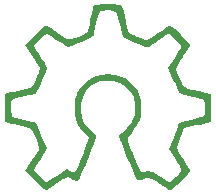
<source format=gbo>
G04 (created by PCBNEW (2013-07-07 BZR 4022)-stable) date 01/09/2014 21:36:03*
%MOIN*%
G04 Gerber Fmt 3.4, Leading zero omitted, Abs format*
%FSLAX34Y34*%
G01*
G70*
G90*
G04 APERTURE LIST*
%ADD10C,0.00590551*%
%ADD11C,0.0001*%
G04 APERTURE END LIST*
G54D10*
G54D11*
G36*
X89818Y-42901D02*
X89817Y-43029D01*
X89812Y-43113D01*
X89801Y-43164D01*
X89782Y-43192D01*
X89762Y-43207D01*
X89705Y-43226D01*
X89618Y-43248D01*
X89618Y-42812D01*
X89616Y-42690D01*
X89604Y-42573D01*
X89581Y-42482D01*
X89554Y-42442D01*
X89499Y-42420D01*
X89399Y-42392D01*
X89274Y-42362D01*
X89256Y-42357D01*
X89069Y-42317D01*
X88937Y-42286D01*
X88847Y-42259D01*
X88789Y-42228D01*
X88750Y-42190D01*
X88721Y-42138D01*
X88689Y-42068D01*
X88635Y-41948D01*
X88567Y-41799D01*
X88499Y-41653D01*
X88498Y-41649D01*
X88384Y-41406D01*
X88603Y-41070D01*
X88689Y-40935D01*
X88758Y-40816D01*
X88805Y-40727D01*
X88821Y-40681D01*
X88804Y-40627D01*
X88750Y-40553D01*
X88654Y-40450D01*
X88550Y-40350D01*
X88433Y-40241D01*
X88079Y-40475D01*
X87943Y-40564D01*
X87826Y-40637D01*
X87740Y-40688D01*
X87697Y-40710D01*
X87695Y-40710D01*
X87646Y-40697D01*
X87552Y-40662D01*
X87428Y-40612D01*
X87290Y-40554D01*
X87152Y-40493D01*
X87031Y-40437D01*
X86941Y-40393D01*
X86897Y-40366D01*
X86873Y-40317D01*
X86841Y-40218D01*
X86806Y-40082D01*
X86775Y-39943D01*
X86731Y-39748D01*
X86690Y-39614D01*
X86653Y-39537D01*
X86637Y-39521D01*
X86564Y-39494D01*
X86452Y-39480D01*
X86324Y-39478D01*
X86207Y-39488D01*
X86124Y-39511D01*
X86113Y-39518D01*
X86077Y-39576D01*
X86037Y-39696D01*
X85996Y-39872D01*
X85989Y-39910D01*
X85959Y-40059D01*
X85932Y-40188D01*
X85912Y-40280D01*
X85904Y-40314D01*
X85868Y-40347D01*
X85782Y-40400D01*
X85658Y-40465D01*
X85506Y-40535D01*
X85492Y-40542D01*
X85097Y-40716D01*
X84985Y-40658D01*
X84907Y-40613D01*
X84794Y-40542D01*
X84666Y-40456D01*
X84613Y-40419D01*
X84491Y-40335D01*
X84409Y-40285D01*
X84356Y-40264D01*
X84316Y-40266D01*
X84279Y-40285D01*
X84216Y-40336D01*
X84134Y-40410D01*
X84050Y-40494D01*
X83978Y-40573D01*
X83932Y-40632D01*
X83922Y-40652D01*
X83941Y-40712D01*
X83992Y-40811D01*
X84068Y-40939D01*
X84161Y-41082D01*
X84203Y-41141D01*
X84275Y-41247D01*
X84329Y-41332D01*
X84354Y-41384D01*
X84356Y-41389D01*
X84342Y-41437D01*
X84308Y-41529D01*
X84257Y-41652D01*
X84197Y-41792D01*
X84134Y-41934D01*
X84074Y-42065D01*
X84023Y-42170D01*
X83987Y-42236D01*
X83976Y-42250D01*
X83929Y-42265D01*
X83833Y-42288D01*
X83704Y-42314D01*
X83623Y-42330D01*
X83440Y-42362D01*
X83312Y-42389D01*
X83229Y-42418D01*
X83183Y-42457D01*
X83161Y-42514D01*
X83156Y-42597D01*
X83156Y-42701D01*
X83160Y-42830D01*
X83169Y-42936D01*
X83182Y-42999D01*
X83185Y-43004D01*
X83227Y-43028D01*
X83321Y-43059D01*
X83451Y-43093D01*
X83583Y-43121D01*
X83733Y-43153D01*
X83860Y-43184D01*
X83949Y-43211D01*
X83983Y-43227D01*
X84008Y-43272D01*
X84048Y-43363D01*
X84095Y-43481D01*
X84106Y-43510D01*
X84163Y-43656D01*
X84225Y-43803D01*
X84278Y-43918D01*
X84279Y-43921D01*
X84359Y-44082D01*
X84141Y-44417D01*
X84056Y-44550D01*
X83986Y-44665D01*
X83939Y-44748D01*
X83922Y-44788D01*
X83944Y-44826D01*
X84001Y-44895D01*
X84079Y-44981D01*
X84165Y-45070D01*
X84245Y-45147D01*
X84304Y-45197D01*
X84328Y-45210D01*
X84363Y-45192D01*
X84442Y-45145D01*
X84553Y-45074D01*
X84679Y-44991D01*
X85006Y-44772D01*
X85115Y-44824D01*
X85197Y-44859D01*
X85254Y-44876D01*
X85259Y-44877D01*
X85291Y-44846D01*
X85342Y-44759D01*
X85407Y-44623D01*
X85485Y-44443D01*
X85571Y-44228D01*
X85626Y-44081D01*
X85755Y-43736D01*
X85588Y-43549D01*
X85451Y-43384D01*
X85359Y-43237D01*
X85304Y-43090D01*
X85278Y-42919D01*
X85272Y-42743D01*
X85275Y-42584D01*
X85284Y-42470D01*
X85306Y-42377D01*
X85343Y-42284D01*
X85366Y-42236D01*
X85493Y-42040D01*
X85666Y-41865D01*
X85864Y-41729D01*
X85975Y-41678D01*
X86173Y-41628D01*
X86396Y-41611D01*
X86613Y-41626D01*
X86758Y-41660D01*
X86939Y-41748D01*
X87118Y-41880D01*
X87273Y-42038D01*
X87371Y-42179D01*
X87419Y-42276D01*
X87450Y-42366D01*
X87469Y-42471D01*
X87480Y-42613D01*
X87483Y-42682D01*
X87488Y-42840D01*
X87484Y-42952D01*
X87469Y-43040D01*
X87440Y-43124D01*
X87414Y-43182D01*
X87349Y-43302D01*
X87259Y-43439D01*
X87172Y-43556D01*
X87116Y-43623D01*
X87074Y-43676D01*
X87049Y-43725D01*
X87040Y-43779D01*
X87050Y-43849D01*
X87079Y-43944D01*
X87129Y-44073D01*
X87201Y-44246D01*
X87281Y-44437D01*
X87355Y-44611D01*
X87409Y-44732D01*
X87449Y-44808D01*
X87480Y-44849D01*
X87508Y-44862D01*
X87536Y-44857D01*
X87708Y-44830D01*
X87879Y-44866D01*
X87977Y-44918D01*
X88085Y-44993D01*
X88207Y-45077D01*
X88252Y-45108D01*
X88340Y-45165D01*
X88407Y-45202D01*
X88430Y-45210D01*
X88467Y-45188D01*
X88537Y-45131D01*
X88629Y-45049D01*
X88656Y-45023D01*
X88741Y-44941D01*
X88797Y-44876D01*
X88822Y-44817D01*
X88814Y-44750D01*
X88774Y-44663D01*
X88700Y-44544D01*
X88603Y-44397D01*
X88415Y-44114D01*
X88568Y-43734D01*
X88628Y-43583D01*
X88677Y-43451D01*
X88710Y-43352D01*
X88722Y-43301D01*
X88725Y-43268D01*
X88741Y-43243D01*
X88781Y-43221D01*
X88854Y-43197D01*
X88971Y-43168D01*
X89141Y-43130D01*
X89162Y-43125D01*
X89356Y-43078D01*
X89495Y-43034D01*
X89572Y-42995D01*
X89583Y-42984D01*
X89607Y-42917D01*
X89618Y-42812D01*
X89618Y-43248D01*
X89599Y-43253D01*
X89458Y-43284D01*
X89314Y-43313D01*
X88928Y-43385D01*
X88876Y-43506D01*
X88806Y-43677D01*
X88748Y-43835D01*
X88708Y-43966D01*
X88689Y-44054D01*
X88689Y-44065D01*
X88707Y-44121D01*
X88755Y-44217D01*
X88826Y-44340D01*
X88906Y-44464D01*
X88991Y-44595D01*
X89060Y-44707D01*
X89106Y-44789D01*
X89122Y-44827D01*
X89099Y-44866D01*
X89038Y-44938D01*
X88950Y-45034D01*
X88845Y-45142D01*
X88736Y-45250D01*
X88632Y-45348D01*
X88545Y-45425D01*
X88486Y-45470D01*
X88470Y-45477D01*
X88426Y-45459D01*
X88340Y-45411D01*
X88225Y-45340D01*
X88102Y-45260D01*
X87969Y-45174D01*
X87853Y-45105D01*
X87767Y-45059D01*
X87725Y-45044D01*
X87658Y-45061D01*
X87589Y-45093D01*
X87472Y-45137D01*
X87377Y-45127D01*
X87319Y-45070D01*
X87288Y-45006D01*
X87239Y-44893D01*
X87176Y-44743D01*
X87104Y-44571D01*
X87028Y-44388D01*
X86955Y-44207D01*
X86889Y-44042D01*
X86835Y-43905D01*
X86800Y-43809D01*
X86796Y-43798D01*
X86741Y-43637D01*
X86840Y-43566D01*
X87020Y-43407D01*
X87169Y-43216D01*
X87227Y-43113D01*
X87276Y-42958D01*
X87298Y-42771D01*
X87293Y-42579D01*
X87260Y-42411D01*
X87247Y-42374D01*
X87132Y-42181D01*
X86973Y-42026D01*
X86781Y-41912D01*
X86567Y-41841D01*
X86344Y-41817D01*
X86123Y-41842D01*
X85916Y-41920D01*
X85783Y-42009D01*
X85639Y-42170D01*
X85535Y-42371D01*
X85478Y-42597D01*
X85469Y-42832D01*
X85504Y-43029D01*
X85540Y-43137D01*
X85588Y-43226D01*
X85660Y-43317D01*
X85769Y-43428D01*
X85778Y-43437D01*
X85882Y-43540D01*
X85945Y-43611D01*
X85975Y-43664D01*
X85981Y-43713D01*
X85976Y-43749D01*
X85956Y-43816D01*
X85915Y-43930D01*
X85858Y-44079D01*
X85790Y-44251D01*
X85715Y-44435D01*
X85638Y-44619D01*
X85564Y-44792D01*
X85498Y-44942D01*
X85445Y-45059D01*
X85408Y-45129D01*
X85399Y-45143D01*
X85363Y-45170D01*
X85319Y-45167D01*
X85244Y-45130D01*
X85223Y-45118D01*
X85131Y-45072D01*
X85055Y-45046D01*
X85036Y-45043D01*
X84987Y-45061D01*
X84897Y-45109D01*
X84781Y-45180D01*
X84693Y-45238D01*
X84566Y-45322D01*
X84453Y-45393D01*
X84370Y-45440D01*
X84338Y-45455D01*
X84301Y-45454D01*
X84249Y-45428D01*
X84176Y-45371D01*
X84073Y-45275D01*
X83944Y-45148D01*
X83617Y-44820D01*
X83853Y-44473D01*
X83943Y-44337D01*
X84017Y-44218D01*
X84068Y-44127D01*
X84089Y-44078D01*
X84089Y-44077D01*
X84077Y-44025D01*
X84046Y-43928D01*
X84001Y-43802D01*
X83970Y-43719D01*
X83918Y-43586D01*
X83873Y-43492D01*
X83824Y-43429D01*
X83756Y-43387D01*
X83656Y-43356D01*
X83512Y-43327D01*
X83399Y-43307D01*
X83267Y-43281D01*
X83139Y-43254D01*
X83081Y-43240D01*
X82956Y-43207D01*
X82956Y-42729D01*
X82956Y-42250D01*
X83114Y-42215D01*
X83227Y-42190D01*
X83375Y-42160D01*
X83526Y-42130D01*
X83533Y-42128D01*
X83660Y-42102D01*
X83762Y-42078D01*
X83820Y-42060D01*
X83826Y-42058D01*
X83861Y-42014D01*
X83913Y-41924D01*
X83972Y-41803D01*
X84032Y-41668D01*
X84072Y-41568D01*
X84132Y-41409D01*
X83875Y-41023D01*
X83619Y-40638D01*
X83912Y-40337D01*
X84030Y-40220D01*
X84136Y-40119D01*
X84220Y-40046D01*
X84271Y-40011D01*
X84272Y-40010D01*
X84313Y-39999D01*
X84357Y-40004D01*
X84415Y-40029D01*
X84497Y-40079D01*
X84613Y-40161D01*
X84735Y-40251D01*
X84861Y-40342D01*
X84950Y-40400D01*
X85017Y-40429D01*
X85078Y-40439D01*
X85140Y-40435D01*
X85278Y-40406D01*
X85423Y-40354D01*
X85557Y-40288D01*
X85662Y-40217D01*
X85719Y-40150D01*
X85721Y-40147D01*
X85742Y-40077D01*
X85770Y-39960D01*
X85800Y-39814D01*
X85821Y-39701D01*
X85848Y-39553D01*
X85874Y-39428D01*
X85895Y-39341D01*
X85905Y-39311D01*
X85944Y-39298D01*
X86035Y-39288D01*
X86161Y-39281D01*
X86307Y-39277D01*
X86458Y-39277D01*
X86598Y-39280D01*
X86711Y-39287D01*
X86780Y-39297D01*
X86817Y-39315D01*
X86849Y-39350D01*
X86877Y-39414D01*
X86907Y-39514D01*
X86940Y-39660D01*
X86979Y-39861D01*
X86987Y-39902D01*
X87018Y-40041D01*
X87050Y-40156D01*
X87079Y-40229D01*
X87093Y-40246D01*
X87144Y-40272D01*
X87240Y-40312D01*
X87362Y-40361D01*
X87400Y-40376D01*
X87538Y-40426D01*
X87630Y-40450D01*
X87692Y-40452D01*
X87729Y-40439D01*
X87805Y-40395D01*
X87915Y-40324D01*
X88043Y-40239D01*
X88169Y-40153D01*
X88274Y-40079D01*
X88326Y-40039D01*
X88421Y-39990D01*
X88481Y-39991D01*
X88527Y-40021D01*
X88604Y-40088D01*
X88703Y-40180D01*
X88811Y-40286D01*
X88917Y-40395D01*
X89012Y-40496D01*
X89083Y-40578D01*
X89119Y-40630D01*
X89122Y-40639D01*
X89105Y-40677D01*
X89057Y-40759D01*
X88986Y-40873D01*
X88900Y-41008D01*
X88889Y-41024D01*
X88800Y-41163D01*
X88727Y-41286D01*
X88676Y-41381D01*
X88656Y-41434D01*
X88656Y-41437D01*
X88672Y-41517D01*
X88714Y-41634D01*
X88772Y-41765D01*
X88837Y-41890D01*
X88898Y-41989D01*
X88935Y-42031D01*
X89035Y-42086D01*
X89194Y-42130D01*
X89262Y-42142D01*
X89408Y-42168D01*
X89552Y-42197D01*
X89656Y-42222D01*
X89806Y-42262D01*
X89815Y-42718D01*
X89818Y-42901D01*
X89818Y-42901D01*
X89818Y-42901D01*
G37*
M02*

</source>
